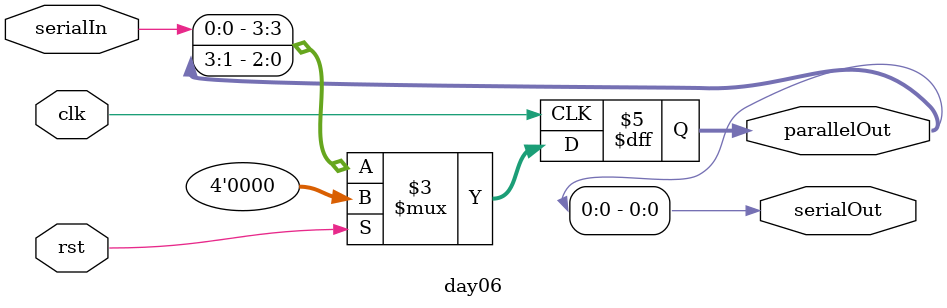
<source format=v>
module day06(
    input   serialIn,
    input   clk,
    input   rst,

    output  reg [3:0] parallelOut,
    output  serialOut
);

    always @(posedge clk) begin
        if(rst)
            parallelOut <= 0;
        else
            parallelOut <= {serialIn, parallelOut[3:1]};
    end
    
    assign serialOut = parallelOut[0];

endmodule
</source>
